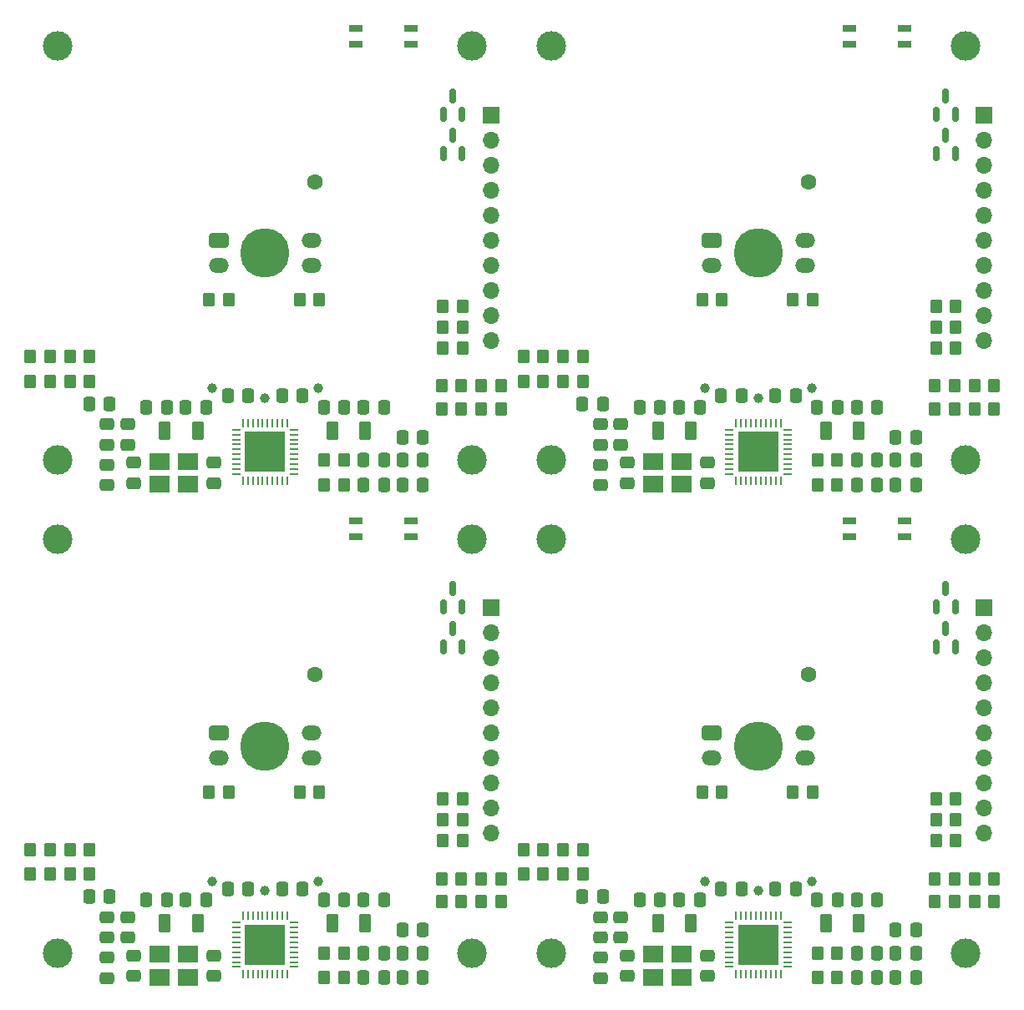
<source format=gbr>
%TF.GenerationSoftware,KiCad,Pcbnew,7.0.11+dfsg-1build4*%
%TF.CreationDate,2026-01-29T22:43:39-05:00*%
%TF.ProjectId,,58585858-5858-4585-9858-585858585858,rev?*%
%TF.SameCoordinates,Original*%
%TF.FileFunction,Soldermask,Top*%
%TF.FilePolarity,Negative*%
%FSLAX46Y46*%
G04 Gerber Fmt 4.6, Leading zero omitted, Abs format (unit mm)*
G04 Created by KiCad (PCBNEW 7.0.11+dfsg-1build4) date 2026-01-29 22:43:39*
%MOMM*%
%LPD*%
G01*
G04 APERTURE LIST*
G04 Aperture macros list*
%AMRoundRect*
0 Rectangle with rounded corners*
0 $1 Rounding radius*
0 $2 $3 $4 $5 $6 $7 $8 $9 X,Y pos of 4 corners*
0 Add a 4 corners polygon primitive as box body*
4,1,4,$2,$3,$4,$5,$6,$7,$8,$9,$2,$3,0*
0 Add four circle primitives for the rounded corners*
1,1,$1+$1,$2,$3*
1,1,$1+$1,$4,$5*
1,1,$1+$1,$6,$7*
1,1,$1+$1,$8,$9*
0 Add four rect primitives between the rounded corners*
20,1,$1+$1,$2,$3,$4,$5,0*
20,1,$1+$1,$4,$5,$6,$7,0*
20,1,$1+$1,$6,$7,$8,$9,0*
20,1,$1+$1,$8,$9,$2,$3,0*%
G04 Aperture macros list end*
%ADD10RoundRect,0.250000X0.337500X0.475000X-0.337500X0.475000X-0.337500X-0.475000X0.337500X-0.475000X0*%
%ADD11RoundRect,0.250000X0.475000X-0.337500X0.475000X0.337500X-0.475000X0.337500X-0.475000X-0.337500X0*%
%ADD12RoundRect,0.250000X0.350000X0.450000X-0.350000X0.450000X-0.350000X-0.450000X0.350000X-0.450000X0*%
%ADD13RoundRect,0.250000X-0.337500X-0.475000X0.337500X-0.475000X0.337500X0.475000X-0.337500X0.475000X0*%
%ADD14RoundRect,0.250000X-0.350000X-0.450000X0.350000X-0.450000X0.350000X0.450000X-0.350000X0.450000X0*%
%ADD15C,1.000000*%
%ADD16RoundRect,0.250000X-0.362500X-0.700000X0.362500X-0.700000X0.362500X0.700000X-0.362500X0.700000X0*%
%ADD17C,3.000000*%
%ADD18R,2.100000X1.800000*%
%ADD19R,1.400000X0.800000*%
%ADD20RoundRect,0.150000X0.150000X-0.587500X0.150000X0.587500X-0.150000X0.587500X-0.150000X-0.587500X0*%
%ADD21R,1.700000X1.700000*%
%ADD22O,1.700000X1.700000*%
%ADD23C,1.600000*%
%ADD24RoundRect,0.340500X0.659500X-0.409500X0.659500X0.409500X-0.659500X0.409500X-0.659500X-0.409500X0*%
%ADD25O,2.000000X1.500000*%
%ADD26C,5.000000*%
%ADD27RoundRect,0.250000X0.362500X0.700000X-0.362500X0.700000X-0.362500X-0.700000X0.362500X-0.700000X0*%
%ADD28RoundRect,0.250000X-0.475000X0.337500X-0.475000X-0.337500X0.475000X-0.337500X0.475000X0.337500X0*%
%ADD29RoundRect,0.062500X-0.062500X0.375000X-0.062500X-0.375000X0.062500X-0.375000X0.062500X0.375000X0*%
%ADD30RoundRect,0.062500X-0.375000X0.062500X-0.375000X-0.062500X0.375000X-0.062500X0.375000X0.062500X0*%
%ADD31R,4.100000X4.100000*%
G04 APERTURE END LIST*
D10*
%TO.C,C7*%
X167987500Y-141360000D03*
X165912500Y-141360000D03*
%TD*%
D11*
%TO.C,C13*%
X139950000Y-139797500D03*
X139950000Y-137722500D03*
%TD*%
D12*
%TO.C,R15*%
X175950000Y-129980000D03*
X173950000Y-129980000D03*
%TD*%
D13*
%TO.C,C9*%
X138095000Y-135660000D03*
X140170000Y-135660000D03*
%TD*%
D12*
%TO.C,R11*%
X152250000Y-125060000D03*
X150250000Y-125060000D03*
%TD*%
D11*
%TO.C,C10*%
X142000000Y-139797500D03*
X142000000Y-137722500D03*
%TD*%
D13*
%TO.C,C1*%
X152172500Y-134860000D03*
X154247500Y-134860000D03*
%TD*%
D11*
%TO.C,C11*%
X139950000Y-143897500D03*
X139950000Y-141822500D03*
%TD*%
D12*
%TO.C,R5*%
X138150000Y-130860000D03*
X136150000Y-130860000D03*
%TD*%
D14*
%TO.C,R12*%
X159450000Y-125060000D03*
X161450000Y-125060000D03*
%TD*%
D10*
%TO.C,C5*%
X145987500Y-136010000D03*
X143912500Y-136010000D03*
%TD*%
D14*
%TO.C,R10*%
X177850000Y-133860000D03*
X179850000Y-133860000D03*
%TD*%
D13*
%TO.C,C8*%
X165912500Y-143860000D03*
X167987500Y-143860000D03*
%TD*%
D15*
%TO.C,L_pcb1*%
X150550000Y-134110000D03*
X155950000Y-135060000D03*
X161350000Y-134110000D03*
%TD*%
D13*
%TO.C,C3*%
X147912500Y-136010000D03*
X149987500Y-136010000D03*
%TD*%
%TO.C,C12*%
X169862500Y-139060000D03*
X171937500Y-139060000D03*
%TD*%
D12*
%TO.C,R8*%
X134150000Y-133360000D03*
X132150000Y-133360000D03*
%TD*%
D10*
%TO.C,C4*%
X163987500Y-136010000D03*
X161912500Y-136010000D03*
%TD*%
%TO.C,C6*%
X167987500Y-136010000D03*
X165912500Y-136010000D03*
%TD*%
%TO.C,C14*%
X171937500Y-141360000D03*
X169862500Y-141360000D03*
%TD*%
D16*
%TO.C,L2*%
X162787500Y-138360000D03*
X166112500Y-138360000D03*
%TD*%
D17*
%TO.C,MH1*%
X134950000Y-99360000D03*
%TD*%
D12*
%TO.C,R2*%
X163950000Y-143860000D03*
X161950000Y-143860000D03*
%TD*%
D10*
%TO.C,C15*%
X171937500Y-143860000D03*
X169862500Y-143860000D03*
%TD*%
D11*
%TO.C,C17*%
X150750000Y-143697500D03*
X150750000Y-141622500D03*
%TD*%
D12*
%TO.C,R6*%
X138150000Y-133360000D03*
X136150000Y-133360000D03*
%TD*%
%TO.C,R13*%
X175950000Y-125760000D03*
X173950000Y-125760000D03*
%TD*%
%TO.C,R7*%
X134150000Y-130860000D03*
X132150000Y-130860000D03*
%TD*%
D17*
%TO.C,MH3*%
X176950000Y-141360000D03*
%TD*%
D18*
%TO.C,Y1*%
X145250000Y-143810000D03*
X148150000Y-143810000D03*
X148150000Y-141510000D03*
X145250000Y-141510000D03*
%TD*%
D19*
%TO.C,D1*%
X165150000Y-99160000D03*
X170750000Y-99160000D03*
X165150000Y-97560000D03*
X170750000Y-97560000D03*
%TD*%
D14*
%TO.C,R9*%
X173850000Y-133860000D03*
X175850000Y-133860000D03*
%TD*%
%TO.C,R1*%
X161950000Y-141360000D03*
X163950000Y-141360000D03*
%TD*%
D13*
%TO.C,C2*%
X157652500Y-134860000D03*
X159727500Y-134860000D03*
%TD*%
D20*
%TO.C,Q1*%
X174000000Y-106297500D03*
X175900000Y-106297500D03*
X174950000Y-104422500D03*
%TD*%
D14*
%TO.C,R4*%
X177850000Y-136160000D03*
X179850000Y-136160000D03*
%TD*%
D21*
%TO.C,J1*%
X178850000Y-106360000D03*
D22*
X178850000Y-108900000D03*
X178850000Y-111440000D03*
X178850000Y-113980000D03*
X178850000Y-116520000D03*
X178850000Y-119060000D03*
X178850000Y-121600000D03*
X178850000Y-124140000D03*
X178850000Y-126680000D03*
X178850000Y-129220000D03*
%TD*%
D23*
%TO.C,U1*%
X160995000Y-113130000D03*
D24*
X151220000Y-119060000D03*
D25*
X151220000Y-121600000D03*
X160670000Y-121600000D03*
X160670000Y-119060000D03*
%TD*%
D26*
%TO.C,REF\u002A\u002A*%
X155950000Y-120360000D03*
%TD*%
D27*
%TO.C,L1*%
X149112500Y-138360000D03*
X145787500Y-138360000D03*
%TD*%
D20*
%TO.C,Q2*%
X174000000Y-110297500D03*
X175900000Y-110297500D03*
X174950000Y-108422500D03*
%TD*%
D17*
%TO.C,MH4*%
X176950000Y-99360000D03*
%TD*%
D28*
%TO.C,C16*%
X142650000Y-141622500D03*
X142650000Y-143697500D03*
%TD*%
D17*
%TO.C,MH2*%
X134950000Y-141360000D03*
%TD*%
D14*
%TO.C,R3*%
X173850000Y-136160000D03*
X175850000Y-136160000D03*
%TD*%
D29*
%TO.C,U2*%
X158200000Y-137600000D03*
X157700000Y-137600000D03*
X157200000Y-137600000D03*
X156700000Y-137600000D03*
X156200000Y-137600000D03*
X155700000Y-137600000D03*
X155200000Y-137600000D03*
X154700000Y-137600000D03*
X154200000Y-137600000D03*
X153700000Y-137600000D03*
D30*
X153012500Y-138287500D03*
X153012500Y-138787500D03*
X153012500Y-139287500D03*
X153012500Y-139787500D03*
X153012500Y-140287500D03*
X153012500Y-140787500D03*
X153012500Y-141287500D03*
X153012500Y-141787500D03*
X153012500Y-142287500D03*
X153012500Y-142787500D03*
D29*
X153700000Y-143475000D03*
X154200000Y-143475000D03*
X154700000Y-143475000D03*
X155200000Y-143475000D03*
X155700000Y-143475000D03*
X156200000Y-143475000D03*
X156700000Y-143475000D03*
X157200000Y-143475000D03*
X157700000Y-143475000D03*
X158200000Y-143475000D03*
D30*
X158887500Y-142787500D03*
X158887500Y-142287500D03*
X158887500Y-141787500D03*
X158887500Y-141287500D03*
X158887500Y-140787500D03*
X158887500Y-140287500D03*
X158887500Y-139787500D03*
X158887500Y-139287500D03*
X158887500Y-138787500D03*
X158887500Y-138287500D03*
D31*
X155950000Y-140537500D03*
%TD*%
D12*
%TO.C,R14*%
X175950000Y-127860000D03*
X173950000Y-127860000D03*
%TD*%
D10*
%TO.C,C7*%
X117987500Y-141360000D03*
X115912500Y-141360000D03*
%TD*%
D11*
%TO.C,C13*%
X89950000Y-139797500D03*
X89950000Y-137722500D03*
%TD*%
D12*
%TO.C,R15*%
X125950000Y-129980000D03*
X123950000Y-129980000D03*
%TD*%
D13*
%TO.C,C9*%
X88095000Y-135660000D03*
X90170000Y-135660000D03*
%TD*%
D12*
%TO.C,R11*%
X102250000Y-125060000D03*
X100250000Y-125060000D03*
%TD*%
D11*
%TO.C,C10*%
X92000000Y-139797500D03*
X92000000Y-137722500D03*
%TD*%
D13*
%TO.C,C1*%
X102172500Y-134860000D03*
X104247500Y-134860000D03*
%TD*%
D11*
%TO.C,C11*%
X89950000Y-143897500D03*
X89950000Y-141822500D03*
%TD*%
D12*
%TO.C,R5*%
X88150000Y-130860000D03*
X86150000Y-130860000D03*
%TD*%
D14*
%TO.C,R12*%
X109450000Y-125060000D03*
X111450000Y-125060000D03*
%TD*%
D10*
%TO.C,C5*%
X95987500Y-136010000D03*
X93912500Y-136010000D03*
%TD*%
D14*
%TO.C,R10*%
X127850000Y-133860000D03*
X129850000Y-133860000D03*
%TD*%
D13*
%TO.C,C8*%
X115912500Y-143860000D03*
X117987500Y-143860000D03*
%TD*%
D15*
%TO.C,L_pcb1*%
X100550000Y-134110000D03*
X105950000Y-135060000D03*
X111350000Y-134110000D03*
%TD*%
D13*
%TO.C,C3*%
X97912500Y-136010000D03*
X99987500Y-136010000D03*
%TD*%
%TO.C,C12*%
X119862500Y-139060000D03*
X121937500Y-139060000D03*
%TD*%
D12*
%TO.C,R8*%
X84150000Y-133360000D03*
X82150000Y-133360000D03*
%TD*%
D10*
%TO.C,C4*%
X113987500Y-136010000D03*
X111912500Y-136010000D03*
%TD*%
%TO.C,C6*%
X117987500Y-136010000D03*
X115912500Y-136010000D03*
%TD*%
%TO.C,C14*%
X121937500Y-141360000D03*
X119862500Y-141360000D03*
%TD*%
D16*
%TO.C,L2*%
X112787500Y-138360000D03*
X116112500Y-138360000D03*
%TD*%
D17*
%TO.C,MH1*%
X84950000Y-99360000D03*
%TD*%
D12*
%TO.C,R2*%
X113950000Y-143860000D03*
X111950000Y-143860000D03*
%TD*%
D10*
%TO.C,C15*%
X121937500Y-143860000D03*
X119862500Y-143860000D03*
%TD*%
D11*
%TO.C,C17*%
X100750000Y-143697500D03*
X100750000Y-141622500D03*
%TD*%
D12*
%TO.C,R6*%
X88150000Y-133360000D03*
X86150000Y-133360000D03*
%TD*%
%TO.C,R13*%
X125950000Y-125760000D03*
X123950000Y-125760000D03*
%TD*%
%TO.C,R7*%
X84150000Y-130860000D03*
X82150000Y-130860000D03*
%TD*%
D17*
%TO.C,MH3*%
X126950000Y-141360000D03*
%TD*%
D18*
%TO.C,Y1*%
X95250000Y-143810000D03*
X98150000Y-143810000D03*
X98150000Y-141510000D03*
X95250000Y-141510000D03*
%TD*%
D19*
%TO.C,D1*%
X115150000Y-99160000D03*
X120750000Y-99160000D03*
X115150000Y-97560000D03*
X120750000Y-97560000D03*
%TD*%
D14*
%TO.C,R9*%
X123850000Y-133860000D03*
X125850000Y-133860000D03*
%TD*%
%TO.C,R1*%
X111950000Y-141360000D03*
X113950000Y-141360000D03*
%TD*%
D13*
%TO.C,C2*%
X107652500Y-134860000D03*
X109727500Y-134860000D03*
%TD*%
D20*
%TO.C,Q1*%
X124000000Y-106297500D03*
X125900000Y-106297500D03*
X124950000Y-104422500D03*
%TD*%
D14*
%TO.C,R4*%
X127850000Y-136160000D03*
X129850000Y-136160000D03*
%TD*%
D21*
%TO.C,J1*%
X128850000Y-106360000D03*
D22*
X128850000Y-108900000D03*
X128850000Y-111440000D03*
X128850000Y-113980000D03*
X128850000Y-116520000D03*
X128850000Y-119060000D03*
X128850000Y-121600000D03*
X128850000Y-124140000D03*
X128850000Y-126680000D03*
X128850000Y-129220000D03*
%TD*%
D23*
%TO.C,U1*%
X110995000Y-113130000D03*
D24*
X101220000Y-119060000D03*
D25*
X101220000Y-121600000D03*
X110670000Y-121600000D03*
X110670000Y-119060000D03*
%TD*%
D26*
%TO.C,REF\u002A\u002A*%
X105950000Y-120360000D03*
%TD*%
D27*
%TO.C,L1*%
X99112500Y-138360000D03*
X95787500Y-138360000D03*
%TD*%
D20*
%TO.C,Q2*%
X124000000Y-110297500D03*
X125900000Y-110297500D03*
X124950000Y-108422500D03*
%TD*%
D17*
%TO.C,MH4*%
X126950000Y-99360000D03*
%TD*%
D28*
%TO.C,C16*%
X92650000Y-141622500D03*
X92650000Y-143697500D03*
%TD*%
D17*
%TO.C,MH2*%
X84950000Y-141360000D03*
%TD*%
D14*
%TO.C,R3*%
X123850000Y-136160000D03*
X125850000Y-136160000D03*
%TD*%
D29*
%TO.C,U2*%
X108200000Y-137600000D03*
X107700000Y-137600000D03*
X107200000Y-137600000D03*
X106700000Y-137600000D03*
X106200000Y-137600000D03*
X105700000Y-137600000D03*
X105200000Y-137600000D03*
X104700000Y-137600000D03*
X104200000Y-137600000D03*
X103700000Y-137600000D03*
D30*
X103012500Y-138287500D03*
X103012500Y-138787500D03*
X103012500Y-139287500D03*
X103012500Y-139787500D03*
X103012500Y-140287500D03*
X103012500Y-140787500D03*
X103012500Y-141287500D03*
X103012500Y-141787500D03*
X103012500Y-142287500D03*
X103012500Y-142787500D03*
D29*
X103700000Y-143475000D03*
X104200000Y-143475000D03*
X104700000Y-143475000D03*
X105200000Y-143475000D03*
X105700000Y-143475000D03*
X106200000Y-143475000D03*
X106700000Y-143475000D03*
X107200000Y-143475000D03*
X107700000Y-143475000D03*
X108200000Y-143475000D03*
D30*
X108887500Y-142787500D03*
X108887500Y-142287500D03*
X108887500Y-141787500D03*
X108887500Y-141287500D03*
X108887500Y-140787500D03*
X108887500Y-140287500D03*
X108887500Y-139787500D03*
X108887500Y-139287500D03*
X108887500Y-138787500D03*
X108887500Y-138287500D03*
D31*
X105950000Y-140537500D03*
%TD*%
D12*
%TO.C,R14*%
X125950000Y-127860000D03*
X123950000Y-127860000D03*
%TD*%
D10*
%TO.C,C7*%
X167987500Y-91360000D03*
X165912500Y-91360000D03*
%TD*%
D11*
%TO.C,C13*%
X139950000Y-89797500D03*
X139950000Y-87722500D03*
%TD*%
D12*
%TO.C,R15*%
X175950000Y-79980000D03*
X173950000Y-79980000D03*
%TD*%
D13*
%TO.C,C9*%
X138095000Y-85660000D03*
X140170000Y-85660000D03*
%TD*%
D12*
%TO.C,R11*%
X152250000Y-75060000D03*
X150250000Y-75060000D03*
%TD*%
D11*
%TO.C,C10*%
X142000000Y-89797500D03*
X142000000Y-87722500D03*
%TD*%
D13*
%TO.C,C1*%
X152172500Y-84860000D03*
X154247500Y-84860000D03*
%TD*%
D11*
%TO.C,C11*%
X139950000Y-93897500D03*
X139950000Y-91822500D03*
%TD*%
D12*
%TO.C,R5*%
X138150000Y-80860000D03*
X136150000Y-80860000D03*
%TD*%
D14*
%TO.C,R12*%
X159450000Y-75060000D03*
X161450000Y-75060000D03*
%TD*%
D10*
%TO.C,C5*%
X145987500Y-86010000D03*
X143912500Y-86010000D03*
%TD*%
D14*
%TO.C,R10*%
X177850000Y-83860000D03*
X179850000Y-83860000D03*
%TD*%
D13*
%TO.C,C8*%
X165912500Y-93860000D03*
X167987500Y-93860000D03*
%TD*%
D15*
%TO.C,L_pcb1*%
X150550000Y-84110000D03*
X155950000Y-85060000D03*
X161350000Y-84110000D03*
%TD*%
D13*
%TO.C,C3*%
X147912500Y-86010000D03*
X149987500Y-86010000D03*
%TD*%
%TO.C,C12*%
X169862500Y-89060000D03*
X171937500Y-89060000D03*
%TD*%
D12*
%TO.C,R8*%
X134150000Y-83360000D03*
X132150000Y-83360000D03*
%TD*%
D10*
%TO.C,C4*%
X163987500Y-86010000D03*
X161912500Y-86010000D03*
%TD*%
%TO.C,C6*%
X167987500Y-86010000D03*
X165912500Y-86010000D03*
%TD*%
%TO.C,C14*%
X171937500Y-91360000D03*
X169862500Y-91360000D03*
%TD*%
D16*
%TO.C,L2*%
X162787500Y-88360000D03*
X166112500Y-88360000D03*
%TD*%
D17*
%TO.C,MH1*%
X134950000Y-49360000D03*
%TD*%
D12*
%TO.C,R2*%
X163950000Y-93860000D03*
X161950000Y-93860000D03*
%TD*%
D10*
%TO.C,C15*%
X171937500Y-93860000D03*
X169862500Y-93860000D03*
%TD*%
D11*
%TO.C,C17*%
X150750000Y-93697500D03*
X150750000Y-91622500D03*
%TD*%
D12*
%TO.C,R6*%
X138150000Y-83360000D03*
X136150000Y-83360000D03*
%TD*%
%TO.C,R13*%
X175950000Y-75760000D03*
X173950000Y-75760000D03*
%TD*%
%TO.C,R7*%
X134150000Y-80860000D03*
X132150000Y-80860000D03*
%TD*%
D17*
%TO.C,MH3*%
X176950000Y-91360000D03*
%TD*%
D18*
%TO.C,Y1*%
X145250000Y-93810000D03*
X148150000Y-93810000D03*
X148150000Y-91510000D03*
X145250000Y-91510000D03*
%TD*%
D19*
%TO.C,D1*%
X165150000Y-49160000D03*
X170750000Y-49160000D03*
X165150000Y-47560000D03*
X170750000Y-47560000D03*
%TD*%
D14*
%TO.C,R9*%
X173850000Y-83860000D03*
X175850000Y-83860000D03*
%TD*%
%TO.C,R1*%
X161950000Y-91360000D03*
X163950000Y-91360000D03*
%TD*%
D13*
%TO.C,C2*%
X157652500Y-84860000D03*
X159727500Y-84860000D03*
%TD*%
D20*
%TO.C,Q1*%
X174000000Y-56297500D03*
X175900000Y-56297500D03*
X174950000Y-54422500D03*
%TD*%
D14*
%TO.C,R4*%
X177850000Y-86160000D03*
X179850000Y-86160000D03*
%TD*%
D21*
%TO.C,J1*%
X178850000Y-56360000D03*
D22*
X178850000Y-58900000D03*
X178850000Y-61440000D03*
X178850000Y-63980000D03*
X178850000Y-66520000D03*
X178850000Y-69060000D03*
X178850000Y-71600000D03*
X178850000Y-74140000D03*
X178850000Y-76680000D03*
X178850000Y-79220000D03*
%TD*%
D23*
%TO.C,U1*%
X160995000Y-63130000D03*
D24*
X151220000Y-69060000D03*
D25*
X151220000Y-71600000D03*
X160670000Y-71600000D03*
X160670000Y-69060000D03*
%TD*%
D26*
%TO.C,REF\u002A\u002A*%
X155950000Y-70360000D03*
%TD*%
D27*
%TO.C,L1*%
X149112500Y-88360000D03*
X145787500Y-88360000D03*
%TD*%
D20*
%TO.C,Q2*%
X174000000Y-60297500D03*
X175900000Y-60297500D03*
X174950000Y-58422500D03*
%TD*%
D17*
%TO.C,MH4*%
X176950000Y-49360000D03*
%TD*%
D28*
%TO.C,C16*%
X142650000Y-91622500D03*
X142650000Y-93697500D03*
%TD*%
D17*
%TO.C,MH2*%
X134950000Y-91360000D03*
%TD*%
D14*
%TO.C,R3*%
X173850000Y-86160000D03*
X175850000Y-86160000D03*
%TD*%
D29*
%TO.C,U2*%
X158200000Y-87600000D03*
X157700000Y-87600000D03*
X157200000Y-87600000D03*
X156700000Y-87600000D03*
X156200000Y-87600000D03*
X155700000Y-87600000D03*
X155200000Y-87600000D03*
X154700000Y-87600000D03*
X154200000Y-87600000D03*
X153700000Y-87600000D03*
D30*
X153012500Y-88287500D03*
X153012500Y-88787500D03*
X153012500Y-89287500D03*
X153012500Y-89787500D03*
X153012500Y-90287500D03*
X153012500Y-90787500D03*
X153012500Y-91287500D03*
X153012500Y-91787500D03*
X153012500Y-92287500D03*
X153012500Y-92787500D03*
D29*
X153700000Y-93475000D03*
X154200000Y-93475000D03*
X154700000Y-93475000D03*
X155200000Y-93475000D03*
X155700000Y-93475000D03*
X156200000Y-93475000D03*
X156700000Y-93475000D03*
X157200000Y-93475000D03*
X157700000Y-93475000D03*
X158200000Y-93475000D03*
D30*
X158887500Y-92787500D03*
X158887500Y-92287500D03*
X158887500Y-91787500D03*
X158887500Y-91287500D03*
X158887500Y-90787500D03*
X158887500Y-90287500D03*
X158887500Y-89787500D03*
X158887500Y-89287500D03*
X158887500Y-88787500D03*
X158887500Y-88287500D03*
D31*
X155950000Y-90537500D03*
%TD*%
D12*
%TO.C,R14*%
X175950000Y-77860000D03*
X173950000Y-77860000D03*
%TD*%
%TO.C,R7*%
X84150000Y-80860000D03*
X82150000Y-80860000D03*
%TD*%
D10*
%TO.C,C5*%
X95987500Y-86010000D03*
X93912500Y-86010000D03*
%TD*%
D12*
%TO.C,R2*%
X113950000Y-93860000D03*
X111950000Y-93860000D03*
%TD*%
%TO.C,R8*%
X84150000Y-83360000D03*
X82150000Y-83360000D03*
%TD*%
D14*
%TO.C,R4*%
X127850000Y-86160000D03*
X129850000Y-86160000D03*
%TD*%
D12*
%TO.C,R11*%
X102250000Y-75060000D03*
X100250000Y-75060000D03*
%TD*%
D18*
%TO.C,Y1*%
X95250000Y-93810000D03*
X98150000Y-93810000D03*
X98150000Y-91510000D03*
X95250000Y-91510000D03*
%TD*%
D13*
%TO.C,C1*%
X102172500Y-84860000D03*
X104247500Y-84860000D03*
%TD*%
%TO.C,C2*%
X107652500Y-84860000D03*
X109727500Y-84860000D03*
%TD*%
D10*
%TO.C,C4*%
X113987500Y-86010000D03*
X111912500Y-86010000D03*
%TD*%
D17*
%TO.C,MH3*%
X126950000Y-91360000D03*
%TD*%
D12*
%TO.C,R6*%
X88150000Y-83360000D03*
X86150000Y-83360000D03*
%TD*%
D19*
%TO.C,D1*%
X115150000Y-49160000D03*
X120750000Y-49160000D03*
X115150000Y-47560000D03*
X120750000Y-47560000D03*
%TD*%
D11*
%TO.C,C13*%
X89950000Y-89797500D03*
X89950000Y-87722500D03*
%TD*%
D15*
%TO.C,L_pcb1*%
X100550000Y-84110000D03*
X105950000Y-85060000D03*
X111350000Y-84110000D03*
%TD*%
D13*
%TO.C,C12*%
X119862500Y-89060000D03*
X121937500Y-89060000D03*
%TD*%
D17*
%TO.C,MH2*%
X84950000Y-91360000D03*
%TD*%
D21*
%TO.C,J1*%
X128850000Y-56360000D03*
D22*
X128850000Y-58900000D03*
X128850000Y-61440000D03*
X128850000Y-63980000D03*
X128850000Y-66520000D03*
X128850000Y-69060000D03*
X128850000Y-71600000D03*
X128850000Y-74140000D03*
X128850000Y-76680000D03*
X128850000Y-79220000D03*
%TD*%
D12*
%TO.C,R13*%
X125950000Y-75760000D03*
X123950000Y-75760000D03*
%TD*%
D14*
%TO.C,R9*%
X123850000Y-83860000D03*
X125850000Y-83860000D03*
%TD*%
D27*
%TO.C,L1*%
X99112500Y-88360000D03*
X95787500Y-88360000D03*
%TD*%
D29*
%TO.C,U2*%
X108200000Y-87600000D03*
X107700000Y-87600000D03*
X107200000Y-87600000D03*
X106700000Y-87600000D03*
X106200000Y-87600000D03*
X105700000Y-87600000D03*
X105200000Y-87600000D03*
X104700000Y-87600000D03*
X104200000Y-87600000D03*
X103700000Y-87600000D03*
D30*
X103012500Y-88287500D03*
X103012500Y-88787500D03*
X103012500Y-89287500D03*
X103012500Y-89787500D03*
X103012500Y-90287500D03*
X103012500Y-90787500D03*
X103012500Y-91287500D03*
X103012500Y-91787500D03*
X103012500Y-92287500D03*
X103012500Y-92787500D03*
D29*
X103700000Y-93475000D03*
X104200000Y-93475000D03*
X104700000Y-93475000D03*
X105200000Y-93475000D03*
X105700000Y-93475000D03*
X106200000Y-93475000D03*
X106700000Y-93475000D03*
X107200000Y-93475000D03*
X107700000Y-93475000D03*
X108200000Y-93475000D03*
D30*
X108887500Y-92787500D03*
X108887500Y-92287500D03*
X108887500Y-91787500D03*
X108887500Y-91287500D03*
X108887500Y-90787500D03*
X108887500Y-90287500D03*
X108887500Y-89787500D03*
X108887500Y-89287500D03*
X108887500Y-88787500D03*
X108887500Y-88287500D03*
D31*
X105950000Y-90537500D03*
%TD*%
D11*
%TO.C,C17*%
X100750000Y-93697500D03*
X100750000Y-91622500D03*
%TD*%
D10*
%TO.C,C6*%
X117987500Y-86010000D03*
X115912500Y-86010000D03*
%TD*%
%TO.C,C14*%
X121937500Y-91360000D03*
X119862500Y-91360000D03*
%TD*%
D26*
%TO.C,REF\u002A\u002A*%
X105950000Y-70360000D03*
%TD*%
D28*
%TO.C,C16*%
X92650000Y-91622500D03*
X92650000Y-93697500D03*
%TD*%
D13*
%TO.C,C3*%
X97912500Y-86010000D03*
X99987500Y-86010000D03*
%TD*%
D12*
%TO.C,R15*%
X125950000Y-79980000D03*
X123950000Y-79980000D03*
%TD*%
D13*
%TO.C,C9*%
X88095000Y-85660000D03*
X90170000Y-85660000D03*
%TD*%
D16*
%TO.C,L2*%
X112787500Y-88360000D03*
X116112500Y-88360000D03*
%TD*%
D14*
%TO.C,R10*%
X127850000Y-83860000D03*
X129850000Y-83860000D03*
%TD*%
D23*
%TO.C,U1*%
X110995000Y-63130000D03*
D24*
X101220000Y-69060000D03*
D25*
X101220000Y-71600000D03*
X110670000Y-71600000D03*
X110670000Y-69060000D03*
%TD*%
D13*
%TO.C,C8*%
X115912500Y-93860000D03*
X117987500Y-93860000D03*
%TD*%
D17*
%TO.C,MH4*%
X126950000Y-49360000D03*
%TD*%
D12*
%TO.C,R5*%
X88150000Y-80860000D03*
X86150000Y-80860000D03*
%TD*%
D10*
%TO.C,C7*%
X117987500Y-91360000D03*
X115912500Y-91360000D03*
%TD*%
D11*
%TO.C,C10*%
X92000000Y-89797500D03*
X92000000Y-87722500D03*
%TD*%
D14*
%TO.C,R1*%
X111950000Y-91360000D03*
X113950000Y-91360000D03*
%TD*%
D20*
%TO.C,Q1*%
X124000000Y-56297500D03*
X125900000Y-56297500D03*
X124950000Y-54422500D03*
%TD*%
D11*
%TO.C,C11*%
X89950000Y-93897500D03*
X89950000Y-91822500D03*
%TD*%
D20*
%TO.C,Q2*%
X124000000Y-60297500D03*
X125900000Y-60297500D03*
X124950000Y-58422500D03*
%TD*%
D12*
%TO.C,R14*%
X125950000Y-77860000D03*
X123950000Y-77860000D03*
%TD*%
D14*
%TO.C,R12*%
X109450000Y-75060000D03*
X111450000Y-75060000D03*
%TD*%
D17*
%TO.C,MH1*%
X84950000Y-49360000D03*
%TD*%
D14*
%TO.C,R3*%
X123850000Y-86160000D03*
X125850000Y-86160000D03*
%TD*%
D10*
%TO.C,C15*%
X121937500Y-93860000D03*
X119862500Y-93860000D03*
%TD*%
M02*

</source>
